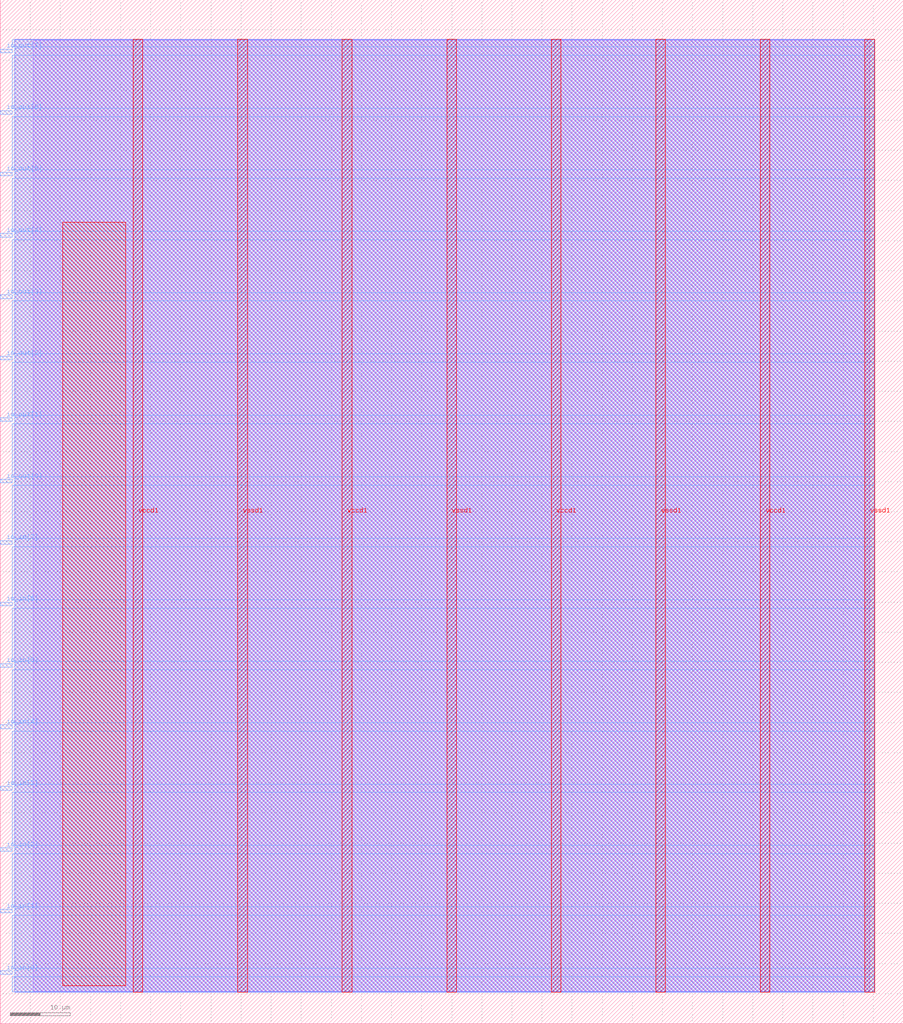
<source format=lef>
VERSION 5.7 ;
  NOWIREEXTENSIONATPIN ON ;
  DIVIDERCHAR "/" ;
  BUSBITCHARS "[]" ;
MACRO user_module_360745091952588801
  CLASS BLOCK ;
  FOREIGN user_module_360745091952588801 ;
  ORIGIN 0.000 0.000 ;
  SIZE 150.000 BY 170.000 ;
  PIN io_in[0]
    DIRECTION INPUT ;
    USE SIGNAL ;
    PORT
      LAYER met3 ;
        RECT 0.000 8.200 2.000 8.800 ;
    END
  END io_in[0]
  PIN io_in[1]
    DIRECTION INPUT ;
    USE SIGNAL ;
    PORT
      LAYER met3 ;
        RECT 0.000 18.400 2.000 19.000 ;
    END
  END io_in[1]
  PIN io_in[2]
    DIRECTION INPUT ;
    USE SIGNAL ;
    PORT
      LAYER met3 ;
        RECT 0.000 28.600 2.000 29.200 ;
    END
  END io_in[2]
  PIN io_in[3]
    DIRECTION INPUT ;
    USE SIGNAL ;
    PORT
      LAYER met3 ;
        RECT 0.000 38.800 2.000 39.400 ;
    END
  END io_in[3]
  PIN io_in[4]
    DIRECTION INPUT ;
    USE SIGNAL ;
    PORT
      LAYER met3 ;
        RECT 0.000 49.000 2.000 49.600 ;
    END
  END io_in[4]
  PIN io_in[5]
    DIRECTION INPUT ;
    USE SIGNAL ;
    PORT
      LAYER met3 ;
        RECT 0.000 59.200 2.000 59.800 ;
    END
  END io_in[5]
  PIN io_in[6]
    DIRECTION INPUT ;
    USE SIGNAL ;
    PORT
      LAYER met3 ;
        RECT 0.000 69.400 2.000 70.000 ;
    END
  END io_in[6]
  PIN io_in[7]
    DIRECTION INPUT ;
    USE SIGNAL ;
    PORT
      LAYER met3 ;
        RECT 0.000 79.600 2.000 80.200 ;
    END
  END io_in[7]
  PIN io_out[0]
    DIRECTION OUTPUT TRISTATE ;
    USE SIGNAL ;
    PORT
      LAYER met3 ;
        RECT 0.000 89.800 2.000 90.400 ;
    END
  END io_out[0]
  PIN io_out[1]
    DIRECTION OUTPUT TRISTATE ;
    USE SIGNAL ;
    PORT
      LAYER met3 ;
        RECT 0.000 100.000 2.000 100.600 ;
    END
  END io_out[1]
  PIN io_out[2]
    DIRECTION OUTPUT TRISTATE ;
    USE SIGNAL ;
    PORT
      LAYER met3 ;
        RECT 0.000 110.200 2.000 110.800 ;
    END
  END io_out[2]
  PIN io_out[3]
    DIRECTION OUTPUT TRISTATE ;
    USE SIGNAL ;
    PORT
      LAYER met3 ;
        RECT 0.000 120.400 2.000 121.000 ;
    END
  END io_out[3]
  PIN io_out[4]
    DIRECTION OUTPUT TRISTATE ;
    USE SIGNAL ;
    PORT
      LAYER met3 ;
        RECT 0.000 130.600 2.000 131.200 ;
    END
  END io_out[4]
  PIN io_out[5]
    DIRECTION OUTPUT TRISTATE ;
    USE SIGNAL ;
    PORT
      LAYER met3 ;
        RECT 0.000 140.800 2.000 141.400 ;
    END
  END io_out[5]
  PIN io_out[6]
    DIRECTION OUTPUT TRISTATE ;
    USE SIGNAL ;
    PORT
      LAYER met3 ;
        RECT 0.000 151.000 2.000 151.600 ;
    END
  END io_out[6]
  PIN io_out[7]
    DIRECTION OUTPUT TRISTATE ;
    USE SIGNAL ;
    PORT
      LAYER met3 ;
        RECT 0.000 161.200 2.000 161.800 ;
    END
  END io_out[7]
  PIN vccd1
    DIRECTION INOUT ;
    USE POWER ;
    PORT
      LAYER met4 ;
        RECT 22.085 5.200 23.685 163.440 ;
    END
    PORT
      LAYER met4 ;
        RECT 56.815 5.200 58.415 163.440 ;
    END
    PORT
      LAYER met4 ;
        RECT 91.545 5.200 93.145 163.440 ;
    END
    PORT
      LAYER met4 ;
        RECT 126.275 5.200 127.875 163.440 ;
    END
  END vccd1
  PIN vssd1
    DIRECTION INOUT ;
    USE GROUND ;
    PORT
      LAYER met4 ;
        RECT 39.450 5.200 41.050 163.440 ;
    END
    PORT
      LAYER met4 ;
        RECT 74.180 5.200 75.780 163.440 ;
    END
    PORT
      LAYER met4 ;
        RECT 108.910 5.200 110.510 163.440 ;
    END
    PORT
      LAYER met4 ;
        RECT 143.640 5.200 145.240 163.440 ;
    END
  END vssd1
  OBS
      LAYER li1 ;
        RECT 5.520 5.355 144.440 163.285 ;
      LAYER met1 ;
        RECT 2.370 5.200 145.240 163.440 ;
      LAYER met2 ;
        RECT 2.390 5.255 145.210 163.385 ;
      LAYER met3 ;
        RECT 2.000 162.200 145.230 163.365 ;
        RECT 2.400 160.800 145.230 162.200 ;
        RECT 2.000 152.000 145.230 160.800 ;
        RECT 2.400 150.600 145.230 152.000 ;
        RECT 2.000 141.800 145.230 150.600 ;
        RECT 2.400 140.400 145.230 141.800 ;
        RECT 2.000 131.600 145.230 140.400 ;
        RECT 2.400 130.200 145.230 131.600 ;
        RECT 2.000 121.400 145.230 130.200 ;
        RECT 2.400 120.000 145.230 121.400 ;
        RECT 2.000 111.200 145.230 120.000 ;
        RECT 2.400 109.800 145.230 111.200 ;
        RECT 2.000 101.000 145.230 109.800 ;
        RECT 2.400 99.600 145.230 101.000 ;
        RECT 2.000 90.800 145.230 99.600 ;
        RECT 2.400 89.400 145.230 90.800 ;
        RECT 2.000 80.600 145.230 89.400 ;
        RECT 2.400 79.200 145.230 80.600 ;
        RECT 2.000 70.400 145.230 79.200 ;
        RECT 2.400 69.000 145.230 70.400 ;
        RECT 2.000 60.200 145.230 69.000 ;
        RECT 2.400 58.800 145.230 60.200 ;
        RECT 2.000 50.000 145.230 58.800 ;
        RECT 2.400 48.600 145.230 50.000 ;
        RECT 2.000 39.800 145.230 48.600 ;
        RECT 2.400 38.400 145.230 39.800 ;
        RECT 2.000 29.600 145.230 38.400 ;
        RECT 2.400 28.200 145.230 29.600 ;
        RECT 2.000 19.400 145.230 28.200 ;
        RECT 2.400 18.000 145.230 19.400 ;
        RECT 2.000 9.200 145.230 18.000 ;
        RECT 2.400 7.800 145.230 9.200 ;
        RECT 2.000 5.275 145.230 7.800 ;
      LAYER met4 ;
        RECT 10.415 6.295 20.865 133.105 ;
  END
END user_module_360745091952588801
END LIBRARY


</source>
